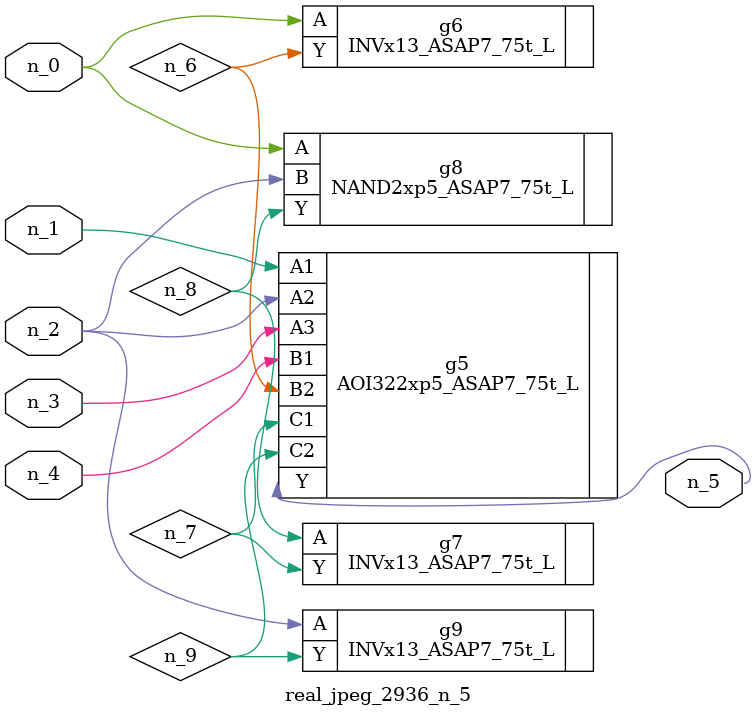
<source format=v>
module real_jpeg_2936_n_5 (n_4, n_0, n_1, n_2, n_3, n_5);

input n_4;
input n_0;
input n_1;
input n_2;
input n_3;

output n_5;

wire n_8;
wire n_6;
wire n_7;
wire n_9;

INVx13_ASAP7_75t_L g6 ( 
.A(n_0),
.Y(n_6)
);

NAND2xp5_ASAP7_75t_L g8 ( 
.A(n_0),
.B(n_2),
.Y(n_8)
);

AOI322xp5_ASAP7_75t_L g5 ( 
.A1(n_1),
.A2(n_2),
.A3(n_3),
.B1(n_4),
.B2(n_6),
.C1(n_7),
.C2(n_9),
.Y(n_5)
);

INVx13_ASAP7_75t_L g9 ( 
.A(n_2),
.Y(n_9)
);

INVx13_ASAP7_75t_L g7 ( 
.A(n_8),
.Y(n_7)
);


endmodule
</source>
